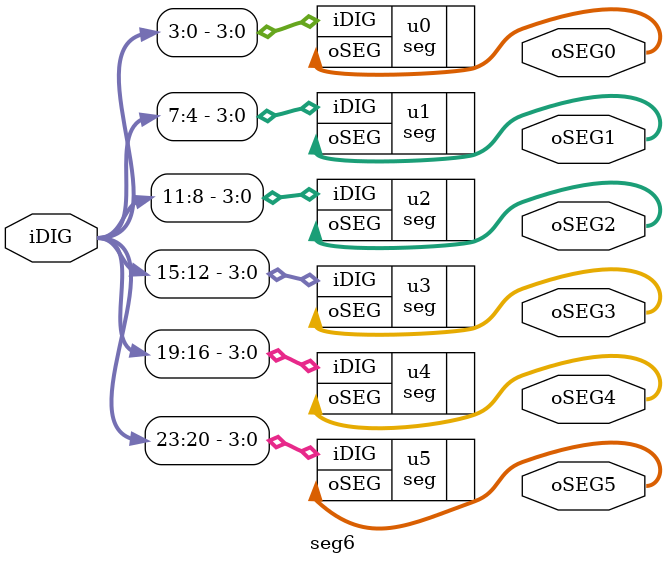
<source format=v>
module seg6 (
    input  [23:0] iDIG,
    output [ 6:0] oSEG0,
    output [ 6:0] oSEG1,
    output [ 6:0] oSEG2,
    output [ 6:0] oSEG3,
    output [ 6:0] oSEG4,
    output [ 6:0] oSEG5
);

  seg u0 (
      .iDIG(iDIG[3:0]),
      .oSEG(oSEG0)
  );
  seg u1 (
      .iDIG(iDIG[7:4]),
      .oSEG(oSEG1)
  );
  seg u2 (
      .iDIG(iDIG[11:8]),
      .oSEG(oSEG2)
  );
  seg u3 (
      .iDIG(iDIG[15:12]),
      .oSEG(oSEG3)
  );
  seg u4 (
      .iDIG(iDIG[19:16]),
      .oSEG(oSEG4)
  );
  seg u5 (
      .iDIG(iDIG[23:20]),
      .oSEG(oSEG5)
  );

endmodule

</source>
